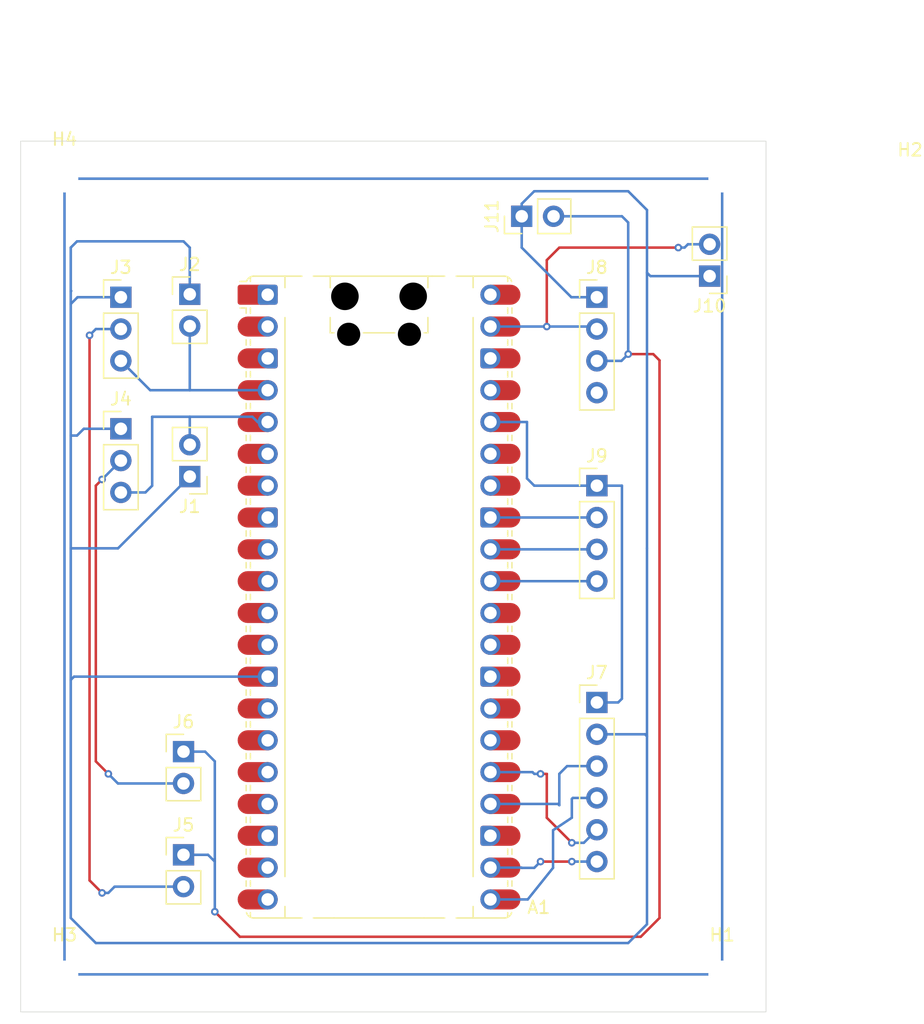
<source format=kicad_pcb>
(kicad_pcb (version 20241229) (generator "pcbnew") (generator_version "9.0")
  (layers (0 "F.Cu" signal) (2 "B.Cu" signal) (13 "F.Paste" user) (15 "B.Paste" user) (5 "F.SilkS" user "F.Silkscreen") (7 "B.SilkS" user "B.Silkscreen") (1 "F.Mask" user) (3 "B.Mask" user) (25 "Edge.Cuts" user))
  (net 0 "")
  (net 4 "Net-(A1-GPIO26_ADC0)")
  (net 6 "Net-(A1-GPIO3)")
  (net 7 "Net-(J1-Pin_1)")
  (net 8 "Net-(A1-GPIO19)")
  (net 12 "Net-(A1-GPIO22)")
  (net 13 "Net-(A1-GPIO27_ADC1)")
  (net 19 "Net-(A1-GPIO2)")
  (net 24 "Net-(A1-GPIO16)")
  (net 26 "Net-(A1-GPIO18)")
  (net 27 "Net-(A1-3V3)")
  (net 32 "Net-(A1-VSYS)")
  (net 35 "Net-(J3-Pin_2)")
  (net 36 "Net-(J4-Pin_2)")
  (net 37 "Net-(J11-Pin_2)")
  (footprint "Module:RaspberryPi_Pico_Common_Unspecified" (layer "F.Cu") (at 131.61 96.89)
    (property "Reference" "A1" (at 11.7475 24.765 0) (layer "F.SilkS") (effects (justify left)))
    (property "Value" "RaspberryPi_Pico")
    (fp_line (start -10.61 -23.07) (end -11.09 -23.07) (stroke (width 0.12)) (layer "F.SilkS"))
    (fp_line (start -10.61 -23.07) (end -10.61 -22.65) (stroke (width 0.12)) (layer "F.SilkS"))
    (fp_line (start -10.61 -20.53) (end -10.61 -20.11) (stroke (width 0.12)) (layer "F.SilkS"))
    (fp_line (start -10.61 -17.99) (end -10.61 -17.57) (stroke (width 0.12)) (layer "F.SilkS"))
    (fp_line (start -10.61 -15.45) (end -10.61 -15.03) (stroke (width 0.12)) (layer "F.SilkS"))
    (fp_line (start -10.61 -12.91) (end -10.61 -12.49) (stroke (width 0.12)) (layer "F.SilkS"))
    (fp_line (start -10.61 -10.37) (end -10.61 -9.95) (stroke (width 0.12)) (layer "F.SilkS"))
    (fp_line (start -10.61 -7.83) (end -10.61 -7.41) (stroke (width 0.12)) (layer "F.SilkS"))
    (fp_line (start -10.61 -5.29) (end -10.61 -4.87) (stroke (width 0.12)) (layer "F.SilkS"))
    (fp_line (start -10.61 -2.75) (end -10.61 -2.33) (stroke (width 0.12)) (layer "F.SilkS"))
    (fp_line (start -10.61 -0.21) (end -10.61 0.21) (stroke (width 0.12)) (layer "F.SilkS"))
    (fp_line (start -10.61 2.33) (end -10.61 2.75) (stroke (width 0.12)) (layer "F.SilkS"))
    (fp_line (start -10.61 4.87) (end -10.61 5.29) (stroke (width 0.12)) (layer "F.SilkS"))
    (fp_line (start -10.61 7.41) (end -10.61 7.83) (stroke (width 0.12)) (layer "F.SilkS"))
    (fp_line (start -10.61 9.95) (end -10.61 10.37) (stroke (width 0.12)) (layer "F.SilkS"))
    (fp_line (start -10.61 12.49) (end -10.61 12.91) (stroke (width 0.12)) (layer "F.SilkS"))
    (fp_line (start -10.61 15.03) (end -10.61 15.45) (stroke (width 0.12)) (layer "F.SilkS"))
    (fp_line (start -10.61 17.57) (end -10.61 17.99) (stroke (width 0.12)) (layer "F.SilkS"))
    (fp_line (start -10.61 20.11) (end -10.61 20.53) (stroke (width 0.12)) (layer "F.SilkS"))
    (fp_line (start -10.61 22.65) (end -10.61 23.07) (stroke (width 0.12)) (layer "F.SilkS"))
    (fp_line (start -10.579676 -25.19) (end -11.09 -25.19) (stroke (width 0.12)) (layer "F.SilkS"))
    (fp_line (start -10.27 -25.189937) (end -10.27 -25.547) (stroke (width 0.12)) (layer "F.SilkS"))
    (fp_line (start -10.27 -23.07) (end -10.27 -22.65) (stroke (width 0.12)) (layer "F.SilkS"))
    (fp_line (start -10.27 -20.53) (end -10.27 -20.11) (stroke (width 0.12)) (layer "F.SilkS"))
    (fp_line (start -10.27 -17.99) (end -10.27 -17.57) (stroke (width 0.12)) (layer "F.SilkS"))
    (fp_line (start -10.27 -15.45) (end -10.27 -15.03) (stroke (width 0.12)) (layer "F.SilkS"))
    (fp_line (start -10.27 -12.91) (end -10.27 -12.49) (stroke (width 0.12)) (layer "F.SilkS"))
    (fp_line (start -10.27 -10.37) (end -10.27 -9.95) (stroke (width 0.12)) (layer "F.SilkS"))
    (fp_line (start -10.27 -7.83) (end -10.27 -7.41) (stroke (width 0.12)) (layer "F.SilkS"))
    (fp_line (start -10.27 -5.29) (end -10.27 -4.87) (stroke (width 0.12)) (layer "F.SilkS"))
    (fp_line (start -10.27 -2.75) (end -10.27 -2.33) (stroke (width 0.12)) (layer "F.SilkS"))
    (fp_line (start -10.27 -0.21) (end -10.27 0.21) (stroke (width 0.12)) (layer "F.SilkS"))
    (fp_line (start -10.27 2.33) (end -10.27 2.75) (stroke (width 0.12)) (layer "F.SilkS"))
    (fp_line (start -10.27 4.87) (end -10.27 5.29) (stroke (width 0.12)) (layer "F.SilkS"))
    (fp_line (start -10.27 7.41) (end -10.27 7.83) (stroke (width 0.12)) (layer "F.SilkS"))
    (fp_line (start -10.27 9.95) (end -10.27 10.37) (stroke (width 0.12)) (layer "F.SilkS"))
    (fp_line (start -10.27 12.49) (end -10.27 12.91) (stroke (width 0.12)) (layer "F.SilkS"))
    (fp_line (start -10.27 15.03) (end -10.27 15.45) (stroke (width 0.12)) (layer "F.SilkS"))
    (fp_line (start -10.27 17.57) (end -10.27 17.99) (stroke (width 0.12)) (layer "F.SilkS"))
    (fp_line (start -10.27 20.11) (end -10.27 20.53) (stroke (width 0.12)) (layer "F.SilkS"))
    (fp_line (start -10.27 22.65) (end -10.27 23.07) (stroke (width 0.12)) (layer "F.SilkS"))
    (fp_line (start -10.27 25.189937) (end -10.27 25.547) (stroke (width 0.12)) (layer "F.SilkS"))
    (fp_line (start -10 -25.61) (end -7.51 -25.61) (stroke (width 0.12)) (layer "F.SilkS"))
    (fp_line (start -10 25.61) (end -6.162061 25.61) (stroke (width 0.12)) (layer "F.SilkS"))
    (fp_line (start -7.51 -25.61) (end -7.51 -24.69648) (stroke (width 0.12)) (layer "F.SilkS"))
    (fp_line (start -7.51 -25.61) (end -6.16206 -25.61) (stroke (width 0.12)) (layer "F.SilkS"))
    (fp_line (start -7.51 -22.30352) (end -7.51 22.30352) (stroke (width 0.12)) (layer "F.SilkS"))
    (fp_line (start -7.51 24.69648) (end -7.51 25.61) (stroke (width 0.12)) (layer "F.SilkS"))
    (fp_line (start -5.237939 -25.61) (end -4.235 -25.61) (stroke (width 0.12)) (layer "F.SilkS"))
    (fp_line (start -4.235 -25.61) (end 4.235 -25.61) (stroke (width 0.12)) (layer "F.SilkS"))
    (fp_line (start -3.9 -25.61) (end -3.9 -24.694) (stroke (width 0.12)) (layer "F.SilkS"))
    (fp_line (start -3.9 -22.306) (end -3.9 -21.09) (stroke (width 0.12)) (layer "F.SilkS"))
    (fp_line (start -3.9 -21.09) (end -3.60391 -21.09) (stroke (width 0.12)) (layer "F.SilkS"))
    (fp_line (start -3.6 25.61) (end -5.237939 25.61) (stroke (width 0.12)) (layer "F.SilkS"))
    (fp_line (start -1.24609 -21.09) (end 1.24609 -21.09) (stroke (width 0.12)) (layer "F.SilkS"))
    (fp_line (start 3.6 25.61) (end -3.6 25.61) (stroke (width 0.12)) (layer "F.SilkS"))
    (fp_line (start 3.60391 -21.09) (end 3.9 -21.09) (stroke (width 0.12)) (layer "F.SilkS"))
    (fp_line (start 3.9 -25.61) (end 3.9 -24.694) (stroke (width 0.12)) (layer "F.SilkS"))
    (fp_line (start 3.9 -22.306) (end 3.9 -21.09) (stroke (width 0.12)) (layer "F.SilkS"))
    (fp_line (start 4.235 -25.61) (end 5.237939 -25.61) (stroke (width 0.12)) (layer "F.SilkS"))
    (fp_line (start 5.237939 25.61) (end 3.6 25.61) (stroke (width 0.12)) (layer "F.SilkS"))
    (fp_line (start 6.162061 -25.61) (end 7.51 -25.61) (stroke (width 0.12)) (layer "F.SilkS"))
    (fp_line (start 6.162061 25.61) (end 10 25.61) (stroke (width 0.12)) (layer "F.SilkS"))
    (fp_line (start 7.51 -25.61) (end 7.51 -24.69648) (stroke (width 0.12)) (layer "F.SilkS"))
    (fp_line (start 7.51 -22.30352) (end 7.51 22.30352) (stroke (width 0.12)) (layer "F.SilkS"))
    (fp_line (start 7.51 24.69648) (end 7.51 25.61) (stroke (width 0.12)) (layer "F.SilkS"))
    (fp_line (start 10 -25.61) (end 7.51 -25.61) (stroke (width 0.12)) (layer "F.SilkS"))
    (fp_line (start 10.27 -25.189937) (end 10.27 -25.547) (stroke (width 0.12)) (layer "F.SilkS"))
    (fp_line (start 10.27 -23.07) (end 10.27 -22.65) (stroke (width 0.12)) (layer "F.SilkS"))
    (fp_line (start 10.27 -20.53) (end 10.27 -20.11) (stroke (width 0.12)) (layer "F.SilkS"))
    (fp_line (start 10.27 -17.99) (end 10.27 -17.57) (stroke (width 0.12)) (layer "F.SilkS"))
    (fp_line (start 10.27 -15.45) (end 10.27 -15.03) (stroke (width 0.12)) (layer "F.SilkS"))
    (fp_line (start 10.27 -12.91) (end 10.27 -12.49) (stroke (width 0.12)) (layer "F.SilkS"))
    (fp_line (start 10.27 -10.37) (end 10.27 -9.95) (stroke (width 0.12)) (layer "F.SilkS"))
    (fp_line (start 10.27 -7.83) (end 10.27 -7.41) (stroke (width 0.12)) (layer "F.SilkS"))
    (fp_line (start 10.27 -5.29) (end 10.27 -4.87) (stroke (width 0.12)) (layer "F.SilkS"))
    (fp_line (start 10.27 -2.75) (end 10.27 -2.33) (stroke (width 0.12)) (layer "F.SilkS"))
    (fp_line (start 10.27 -0.21) (end 10.27 0.21) (stroke (width 0.12)) (layer "F.SilkS"))
    (fp_line (start 10.27 2.33) (end 10.27 2.75) (stroke (width 0.12)) (layer "F.SilkS"))
    (fp_line (start 10.27 4.87) (end 10.27 5.29) (stroke (width 0.12)) (layer "F.SilkS"))
    (fp_line (start 10.27 7.41) (end 10.27 7.83) (stroke (width 0.12)) (layer "F.SilkS"))
    (fp_line (start 10.27 9.95) (end 10.27 10.37) (stroke (width 0.12)) (layer "F.SilkS"))
    (fp_line (start 10.27 12.49) (end 10.27 12.91) (stroke (width 0.12)) (layer "F.SilkS"))
    (fp_line (start 10.27 15.03) (end 10.27 15.45) (stroke (width 0.12)) (layer "F.SilkS"))
    (fp_line (start 10.27 17.57) (end 10.27 17.99) (stroke (width 0.12)) (layer "F.SilkS"))
    (fp_line (start 10.27 20.11) (end 10.27 20.53) (stroke (width 0.12)) (layer "F.SilkS"))
    (fp_line (start 10.27 22.65) (end 10.27 23.07) (stroke (width 0.12)) (layer "F.SilkS"))
    (fp_line (start 10.27 25.189937) (end 10.27 25.547) (stroke (width 0.12)) (layer "F.SilkS"))
    (fp_line (start 10.61 -23.07) (end 10.61 -22.65) (stroke (width 0.12)) (layer "F.SilkS"))
    (fp_line (start 10.61 -20.53) (end 10.61 -20.11) (stroke (width 0.12)) (layer "F.SilkS"))
    (fp_line (start 10.61 -17.99) (end 10.61 -17.57) (stroke (width 0.12)) (layer "F.SilkS"))
    (fp_line (start 10.61 -15.45) (end 10.61 -15.03) (stroke (width 0.12)) (layer "F.SilkS"))
    (fp_line (start 10.61 -12.91) (end 10.61 -12.49) (stroke (width 0.12)) (layer "F.SilkS"))
    (fp_line (start 10.61 -10.37) (end 10.61 -9.95) (stroke (width 0.12)) (layer "F.SilkS"))
    (fp_line (start 10.61 -7.83) (end 10.61 -7.41) (stroke (width 0.12)) (layer "F.SilkS"))
    (fp_line (start 10.61 -5.29) (end 10.61 -4.87) (stroke (width 0.12)) (layer "F.SilkS"))
    (fp_line (start 10.61 -2.75) (end 10.61 -2.33) (stroke (width 0.12)) (layer "F.SilkS"))
    (fp_line (start 10.61 -0.21) (end 10.61 0.21) (stroke (width 0.12)) (layer "F.SilkS"))
    (fp_line (start 10.61 2.33) (end 10.61 2.75) (stroke (width 0.12)) (layer "F.SilkS"))
    (fp_line (start 10.61 4.87) (end 10.61 5.29) (stroke (width 0.12)) (layer "F.SilkS"))
    (fp_line (start 10.61 7.41) (end 10.61 7.83) (stroke (width 0.12)) (layer "F.SilkS"))
    (fp_line (start 10.61 9.95) (end 10.61 10.37) (stroke (width 0.12)) (layer "F.SilkS"))
    (fp_line (start 10.61 12.49) (end 10.61 12.91) (stroke (width 0.12)) (layer "F.SilkS"))
    (fp_line (start 10.61 15.03) (end 10.61 15.45) (stroke (width 0.12)) (layer "F.SilkS"))
    (fp_line (start 10.61 17.57) (end 10.61 17.99) (stroke (width 0.12)) (layer "F.SilkS"))
    (fp_line (start 10.61 20.11) (end 10.61 20.53) (stroke (width 0.12)) (layer "F.SilkS"))
    (fp_line (start 10.61 22.65) (end 10.61 23.07) (stroke (width 0.12)) (layer "F.SilkS"))
    (fp_arc (start -10.579676 -25.19) (mid -10.357938 -25.493944) (end -10 -25.61) (stroke (width 0.12)) (layer "F.SilkS"))
    (fp_arc (start -10 25.61) (mid -10.357937 25.493944) (end -10.579676 25.189937) (stroke (width 0.12)) (layer "F.SilkS"))
    (fp_arc (start 10 -25.61) (mid 10.357937 -25.493944) (end 10.579676 -25.189937) (stroke (width 0.12)) (layer "F.SilkS"))
    (fp_arc (start 10.579676 25.189937) (mid 10.357946 25.493957) (end 10 25.61) (stroke (width 0.12)) (layer "F.SilkS"))
    (pad "" np_thru_hole circle (at -2.725 -24) (size 2.2 2.2) (drill 2.2) (layers "*.Mask"))
    (pad "" np_thru_hole circle (at -2.425 -20.97) (size 1.85 1.85) (drill 1.85) (layers "*.Mask"))
    (pad "" np_thru_hole circle (at 2.425 -20.97) (size 1.85 1.85) (drill 1.85) (layers "*.Mask"))
    (pad "" np_thru_hole circle (at 2.725 -24) (size 2.2 2.2) (drill 2.2) (layers "*.Mask"))
    (pad "1" smd custom (at -9.69 -24.13) (size 1.6 0.8) (layers "F.Cu" "F.Mask") (options (clearance outline) (anchor rect)) (primitives (gr_circle (center 0.8 0) (end 1.6 0) (width 0) (fill yes)) (gr_poly (pts (xy -1.6 -0.6) (xy -1.6 0.6) (xy -1.4 0.8) (xy 0.8 0.8) (xy 0.8 -0.8) (xy -1.4 -0.8)) (width 0) (fill yes)) (gr_circle (center -1.4 -0.6) (end -1.2 -0.6) (width 0) (fill yes)) (gr_circle (center -1.4 0.6) (end -1.2 0.6) (width 0) (fill yes))))
    (pad "1" thru_hole roundrect (at -8.89 -24.13) (size 1.6 1.6) (drill 1) (layers "*.Cu" "*.Mask") (roundrect_rratio 0.125))
    (pad "2" smd roundrect (at -9.69 -21.59) (size 3.2 1.6) (layers "F.Cu" "F.Mask") (roundrect_rratio 0.5))
    (pad "2" thru_hole circle (at -8.89 -21.59) (size 1.6 1.6) (drill 1) (layers "*.Cu" "*.Mask"))
    (pad "3" smd custom (at -9.69 -19.05) (size 1.6 0.8) (layers "F.Cu" "F.Mask") (net 7 "Net-(J1-Pin_1)") (options (clearance outline) (anchor rect)) (primitives (gr_circle (center -0.8 0) (end 0 0) (width 0) (fill yes)) (gr_poly (pts (xy 1.6 -0.6) (xy 1.6 0.6) (xy 1.4 0.8) (xy -0.8 0.8) (xy -0.8 -0.8) (xy 1.4 -0.8)) (width 0) (fill yes)) (gr_circle (center 1.4 -0.6) (end 1.6 -0.6) (width 0) (fill yes)) (gr_circle (center 1.4 0.6) (end 1.6 0.6) (width 0) (fill yes))))
    (pad "3" thru_hole custom (at -8.89 -19.05) (size 1.6 1.6) (drill 1) (layers "*.Cu" "*.Mask") (net 7 "Net-(J1-Pin_1)") (options (clearance outline) (anchor circle)) (primitives (gr_poly (pts (xy 0.8 0.6) (xy 0.8 -0.6) (xy 0.6 -0.8) (xy 0 -0.8) (xy 0 0.8) (xy 0.6 0.8)) (width 0) (fill yes)) (gr_circle (center 0.6 0.6) (end 0.8 0.6) (width 0) (fill yes)) (gr_circle (center 0.6 -0.6) (end 0.8 -0.6) (width 0) (fill yes))))
    (pad "4" smd roundrect (at -9.69 -16.51) (size 3.2 1.6) (layers "F.Cu" "F.Mask") (roundrect_rratio 0.5) (net 19 "Net-(A1-GPIO2)"))
    (pad "4" thru_hole circle (at -8.89 -16.51) (size 1.6 1.6) (drill 1) (layers "*.Cu" "*.Mask") (net 19 "Net-(A1-GPIO2)"))
    (pad "5" smd roundrect (at -9.69 -13.97) (size 3.2 1.6) (layers "F.Cu" "F.Mask") (roundrect_rratio 0.5) (net 6 "Net-(A1-GPIO3)"))
    (pad "5" thru_hole circle (at -8.89 -13.97) (size 1.6 1.6) (drill 1) (layers "*.Cu" "*.Mask") (net 6 "Net-(A1-GPIO3)"))
    (pad "6" smd roundrect (at -9.69 -11.43) (size 3.2 1.6) (layers "F.Cu" "F.Mask") (roundrect_rratio 0.5))
    (pad "6" thru_hole circle (at -8.89 -11.43) (size 1.6 1.6) (drill 1) (layers "*.Cu" "*.Mask"))
    (pad "7" smd roundrect (at -9.69 -8.89) (size 3.2 1.6) (layers "F.Cu" "F.Mask") (roundrect_rratio 0.5))
    (pad "7" thru_hole circle (at -8.89 -8.89) (size 1.6 1.6) (drill 1) (layers "*.Cu" "*.Mask"))
    (pad "8" smd custom (at -9.69 -6.35) (size 1.6 0.8) (layers "F.Cu" "F.Mask") (net 7 "Net-(J1-Pin_1)") (options (clearance outline) (anchor rect)) (primitives (gr_circle (center -0.8 0) (end 0 0) (width 0) (fill yes)) (gr_poly (pts (xy 1.6 -0.6) (xy 1.6 0.6) (xy 1.4 0.8) (xy -0.8 0.8) (xy -0.8 -0.8) (xy 1.4 -0.8)) (width 0) (fill yes)) (gr_circle (center 1.4 -0.6) (end 1.6 -0.6) (width 0) (fill yes)) (gr_circle (center 1.4 0.6) (end 1.6 0.6) (width 0) (fill yes))))
    (pad "8" thru_hole custom (at -8.89 -6.35) (size 1.6 1.6) (drill 1) (layers "*.Cu" "*.Mask") (net 7 "Net-(J1-Pin_1)") (options (clearance outline) (anchor circle)) (primitives (gr_poly (pts (xy 0.8 0.6) (xy 0.8 -0.6) (xy 0.6 -0.8) (xy 0 -0.8) (xy 0 0.8) (xy 0.6 0.8)) (width 0) (fill yes)) (gr_circle (center 0.6 0.6) (end 0.8 0.6) (width 0) (fill yes)) (gr_circle (center 0.6 -0.6) (end 0.8 -0.6) (width 0) (fill yes))))
    (pad "9" smd roundrect (at -9.69 -3.81) (size 3.2 1.6) (layers "F.Cu" "F.Mask") (roundrect_rratio 0.5))
    (pad "9" thru_hole circle (at -8.89 -3.81) (size 1.6 1.6) (drill 1) (layers "*.Cu" "*.Mask"))
    (pad "10" smd roundrect (at -9.69 -1.27) (size 3.2 1.6) (layers "F.Cu" "F.Mask") (roundrect_rratio 0.5))
    (pad "10" thru_hole circle (at -8.89 -1.27) (size 1.6 1.6) (drill 1) (layers "*.Cu" "*.Mask"))
    (pad "11" smd roundrect (at -9.69 1.27) (size 3.2 1.6) (layers "F.Cu" "F.Mask") (roundrect_rratio 0.5))
    (pad "11" thru_hole circle (at -8.89 1.27) (size 1.6 1.6) (drill 1) (layers "*.Cu" "*.Mask"))
    (pad "12" smd roundrect (at -9.69 3.81) (size 3.2 1.6) (layers "F.Cu" "F.Mask") (roundrect_rratio 0.5))
    (pad "12" thru_hole circle (at -8.89 3.81) (size 1.6 1.6) (drill 1) (layers "*.Cu" "*.Mask"))
    (pad "13" smd custom (at -9.69 6.35) (size 1.6 0.8) (layers "F.Cu" "F.Mask") (net 7 "Net-(J1-Pin_1)") (options (clearance outline) (anchor rect)) (primitives (gr_circle (center -0.8 0) (end 0 0) (width 0) (fill yes)) (gr_poly (pts (xy 1.6 -0.6) (xy 1.6 0.6) (xy 1.4 0.8) (xy -0.8 0.8) (xy -0.8 -0.8) (xy 1.4 -0.8)) (width 0) (fill yes)) (gr_circle (center 1.4 -0.6) (end 1.6 -0.6) (width 0) (fill yes)) (gr_circle (center 1.4 0.6) (end 1.6 0.6) (width 0) (fill yes))))
    (pad "13" thru_hole custom (at -8.89 6.35) (size 1.6 1.6) (drill 1) (layers "*.Cu" "*.Mask") (net 7 "Net-(J1-Pin_1)") (options (clearance outline) (anchor circle)) (primitives (gr_poly (pts (xy 0.8 0.6) (xy 0.8 -0.6) (xy 0.6 -0.8) (xy 0 -0.8) (xy 0 0.8) (xy 0.6 0.8)) (width 0) (fill yes)) (gr_circle (center 0.6 0.6) (end 0.8 0.6) (width 0) (fill yes)) (gr_circle (center 0.6 -0.6) (end 0.8 -0.6) (width 0) (fill yes))))
    (pad "14" smd roundrect (at -9.69 8.89) (size 3.2 1.6) (layers "F.Cu" "F.Mask") (roundrect_rratio 0.5))
    (pad "14" thru_hole circle (at -8.89 8.89) (size 1.6 1.6) (drill 1) (layers "*.Cu" "*.Mask"))
    (pad "15" smd roundrect (at -9.69 11.43) (size 3.2 1.6) (layers "F.Cu" "F.Mask") (roundrect_rratio 0.5))
    (pad "15" thru_hole circle (at -8.89 11.43) (size 1.6 1.6) (drill 1) (layers "*.Cu" "*.Mask"))
    (pad "16" smd roundrect (at -9.69 13.97) (size 3.2 1.6) (layers "F.Cu" "F.Mask") (roundrect_rratio 0.5))
    (pad "16" thru_hole circle (at -8.89 13.97) (size 1.6 1.6) (drill 1) (layers "*.Cu" "*.Mask"))
    (pad "17" smd roundrect (at -9.69 16.51) (size 3.2 1.6) (layers "F.Cu" "F.Mask") (roundrect_rratio 0.5))
    (pad "17" thru_hole circle (at -8.89 16.51) (size 1.6 1.6) (drill 1) (layers "*.Cu" "*.Mask"))
    (pad "18" smd custom (at -9.69 19.05) (size 1.6 0.8) (layers "F.Cu" "F.Mask") (net 7 "Net-(J1-Pin_1)") (options (clearance outline) (anchor rect)) (primitives (gr_circle (center -0.8 0) (end 0 0) (width 0) (fill yes)) (gr_poly (pts (xy 1.6 -0.6) (xy 1.6 0.6) (xy 1.4 0.8) (xy -0.8 0.8) (xy -0.8 -0.8) (xy 1.4 -0.8)) (width 0) (fill yes)) (gr_circle (center 1.4 -0.6) (end 1.6 -0.6) (width 0) (fill yes)) (gr_circle (center 1.4 0.6) (end 1.6 0.6) (width 0) (fill yes))))
    (pad "18" thru_hole custom (at -8.89 19.05) (size 1.6 1.6) (drill 1) (layers "*.Cu" "*.Mask") (net 7 "Net-(J1-Pin_1)") (options (clearance outline) (anchor circle)) (primitives (gr_poly (pts (xy 0.8 0.6) (xy 0.8 -0.6) (xy 0.6 -0.8) (xy 0 -0.8) (xy 0 0.8) (xy 0.6 0.8)) (width 0) (fill yes)) (gr_circle (center 0.6 0.6) (end 0.8 0.6) (width 0) (fill yes)) (gr_circle (center 0.6 -0.6) (end 0.8 -0.6) (width 0) (fill yes))))
    (pad "19" smd roundrect (at -9.69 21.59) (size 3.2 1.6) (layers "F.Cu" "F.Mask") (roundrect_rratio 0.5))
    (pad "19" thru_hole circle (at -8.89 21.59) (size 1.6 1.6) (drill 1) (layers "*.Cu" "*.Mask"))
    (pad "20" smd roundrect (at -9.69 24.13) (size 3.2 1.6) (layers "F.Cu" "F.Mask") (roundrect_rratio 0.5))
    (pad "20" thru_hole circle (at -8.89 24.13) (size 1.6 1.6) (drill 1) (layers "*.Cu" "*.Mask"))
    (pad "21" thru_hole circle (at 8.89 24.13) (size 1.6 1.6) (drill 1) (layers "*.Cu" "*.Mask") (net 24 "Net-(A1-GPIO16)"))
    (pad "21" smd roundrect (at 9.69 24.13) (size 3.2 1.6) (layers "F.Cu" "F.Mask") (roundrect_rratio 0.5) (net 24 "Net-(A1-GPIO16)"))
    (pad "22" thru_hole circle (at 8.89 21.59) (size 1.6 1.6) (drill 1) (layers "*.Cu" "*.Mask"))
    (pad "22" smd roundrect (at 9.69 21.59) (size 3.2 1.6) (layers "F.Cu" "F.Mask") (roundrect_rratio 0.5))
    (pad "23" thru_hole custom (at 8.89 19.05) (size 1.6 1.6) (drill 1) (layers "*.Cu" "*.Mask") (net 7 "Net-(J1-Pin_1)") (options (clearance outline) (anchor circle)) (primitives (gr_poly (pts (xy -0.8 0.6) (xy -0.8 -0.6) (xy -0.6 -0.8) (xy 0 -0.8) (xy 0 0.8) (xy -0.6 0.8)) (width 0) (fill yes)) (gr_circle (center -0.6 0.6) (end -0.4 0.6) (width 0) (fill yes)) (gr_circle (center -0.6 -0.6) (end -0.4 -0.6) (width 0) (fill yes))))
    (pad "23" smd custom (at 9.69 19.05) (size 1.6 0.8) (layers "F.Cu" "F.Mask") (net 7 "Net-(J1-Pin_1)") (options (clearance outline) (anchor rect)) (primitives (gr_circle (center 0.8 0) (end 1.6 0) (width 0) (fill yes)) (gr_poly (pts (xy -1.6 -0.6) (xy -1.6 0.6) (xy -1.4 0.8) (xy 0.8 0.8) (xy 0.8 -0.8) (xy -1.4 -0.8)) (width 0) (fill yes)) (gr_circle (center -1.4 -0.6) (end -1.2 -0.6) (width 0) (fill yes)) (gr_circle (center -1.4 0.6) (end -1.2 0.6) (width 0) (fill yes))))
    (pad "24" thru_hole circle (at 8.89 16.51) (size 1.6 1.6) (drill 1) (layers "*.Cu" "*.Mask") (net 26 "Net-(A1-GPIO18)"))
    (pad "24" smd roundrect (at 9.69 16.51) (size 3.2 1.6) (layers "F.Cu" "F.Mask") (roundrect_rratio 0.5) (net 26 "Net-(A1-GPIO18)"))
    (pad "25" thru_hole circle (at 8.89 13.97) (size 1.6 1.6) (drill 1) (layers "*.Cu" "*.Mask") (net 8 "Net-(A1-GPIO19)"))
    (pad "25" smd roundrect (at 9.69 13.97) (size 3.2 1.6) (layers "F.Cu" "F.Mask") (roundrect_rratio 0.5) (net 8 "Net-(A1-GPIO19)"))
    (pad "26" thru_hole circle (at 8.89 11.43) (size 1.6 1.6) (drill 1) (layers "*.Cu" "*.Mask"))
    (pad "26" smd roundrect (at 9.69 11.43) (size 3.2 1.6) (layers "F.Cu" "F.Mask") (roundrect_rratio 0.5))
    (pad "27" thru_hole circle (at 8.89 8.89) (size 1.6 1.6) (drill 1) (layers "*.Cu" "*.Mask"))
    (pad "27" smd roundrect (at 9.69 8.89) (size 3.2 1.6) (layers "F.Cu" "F.Mask") (roundrect_rratio 0.5))
    (pad "28" thru_hole custom (at 8.89 6.35) (size 1.6 1.6) (drill 1) (layers "*.Cu" "*.Mask") (net 7 "Net-(J1-Pin_1)") (options (clearance outline) (anchor circle)) (primitives (gr_poly (pts (xy -0.8 0.6) (xy -0.8 -0.6) (xy -0.6 -0.8) (xy 0 -0.8) (xy 0 0.8) (xy -0.6 0.8)) (width 0) (fill yes)) (gr_circle (center -0.6 0.6) (end -0.4 0.6) (width 0) (fill yes)) (gr_circle (center -0.6 -0.6) (end -0.4 -0.6) (width 0) (fill yes))))
    (pad "28" smd custom (at 9.69 6.35) (size 1.6 0.8) (layers "F.Cu" "F.Mask") (net 7 "Net-(J1-Pin_1)") (options (clearance outline) (anchor rect)) (primitives (gr_circle (center 0.8 0) (end 1.6 0) (width 0) (fill yes)) (gr_poly (pts (xy -1.6 -0.6) (xy -1.6 0.6) (xy -1.4 0.8) (xy 0.8 0.8) (xy 0.8 -0.8) (xy -1.4 -0.8)) (width 0) (fill yes)) (gr_circle (center -1.4 -0.6) (end -1.2 -0.6) (width 0) (fill yes)) (gr_circle (center -1.4 0.6) (end -1.2 0.6) (width 0) (fill yes))))
    (pad "29" thru_hole circle (at 8.89 3.81) (size 1.6 1.6) (drill 1) (layers "*.Cu" "*.Mask") (net 12 "Net-(A1-GPIO22)"))
    (pad "29" smd roundrect (at 9.69 3.81) (size 3.2 1.6) (layers "F.Cu" "F.Mask") (roundrect_rratio 0.5) (net 12 "Net-(A1-GPIO22)"))
    (pad "30" thru_hole circle (at 8.89 1.27) (size 1.6 1.6) (drill 1) (layers "*.Cu" "*.Mask"))
    (pad "30" smd roundrect (at 9.69 1.27) (size 3.2 1.6) (layers "F.Cu" "F.Mask") (roundrect_rratio 0.5))
    (pad "31" thru_hole circle (at 8.89 -1.27) (size 1.6 1.6) (drill 1) (layers "*.Cu" "*.Mask") (net 4 "Net-(A1-GPIO26_ADC0)"))
    (pad "31" smd roundrect (at 9.69 -1.27) (size 3.2 1.6) (layers "F.Cu" "F.Mask") (roundrect_rratio 0.5) (net 4 "Net-(A1-GPIO26_ADC0)"))
    (pad "32" thru_hole circle (at 8.89 -3.81) (size 1.6 1.6) (drill 1) (layers "*.Cu" "*.Mask") (net 13 "Net-(A1-GPIO27_ADC1)"))
    (pad "32" smd roundrect (at 9.69 -3.81) (size 3.2 1.6) (layers "F.Cu" "F.Mask") (roundrect_rratio 0.5) (net 13 "Net-(A1-GPIO27_ADC1)"))
    (pad "33" thru_hole custom (at 8.89 -6.35) (size 1.6 1.6) (drill 1) (layers "*.Cu" "*.Mask") (options (clearance outline) (anchor circle)) (primitives (gr_poly (pts (xy -0.8 0.6) (xy -0.8 -0.6) (xy -0.6 -0.8) (xy 0 -0.8) (xy 0 0.8) (xy -0.6 0.8)) (width 0) (fill yes)) (gr_circle (center -0.6 0.6) (end -0.4 0.6) (width 0) (fill yes)) (gr_circle (center -0.6 -0.6) (end -0.4 -0.6) (width 0) (fill yes))))
    (pad "33" smd custom (at 9.69 -6.35) (size 1.6 0.8) (layers "F.Cu" "F.Mask") (options (clearance outline) (anchor rect)) (primitives (gr_circle (center 0.8 0) (end 1.6 0) (width 0) (fill yes)) (gr_poly (pts (xy -1.6 -0.6) (xy -1.6 0.6) (xy -1.4 0.8) (xy 0.8 0.8) (xy 0.8 -0.8) (xy -1.4 -0.8)) (width 0) (fill yes)) (gr_circle (center -1.4 -0.6) (end -1.2 -0.6) (width 0) (fill yes)) (gr_circle (center -1.4 0.6) (end -1.2 0.6) (width 0) (fill yes))))
    (pad "34" thru_hole circle (at 8.89 -8.89) (size 1.6 1.6) (drill 1) (layers "*.Cu" "*.Mask"))
    (pad "34" smd roundrect (at 9.69 -8.89) (size 3.2 1.6) (layers "F.Cu" "F.Mask") (roundrect_rratio 0.5))
    (pad "35" thru_hole circle (at 8.89 -11.43) (size 1.6 1.6) (drill 1) (layers "*.Cu" "*.Mask"))
    (pad "35" smd roundrect (at 9.69 -11.43) (size 3.2 1.6) (layers "F.Cu" "F.Mask") (roundrect_rratio 0.5))
    (pad "36" thru_hole circle (at 8.89 -13.97) (size 1.6 1.6) (drill 1) (layers "*.Cu" "*.Mask") (net 27 "Net-(A1-3V3)"))
    (pad "36" smd roundrect (at 9.69 -13.97) (size 3.2 1.6) (layers "F.Cu" "F.Mask") (roundrect_rratio 0.5) (net 27 "Net-(A1-3V3)"))
    (pad "37" thru_hole circle (at 8.89 -16.51) (size 1.6 1.6) (drill 1) (layers "*.Cu" "*.Mask"))
    (pad "37" smd roundrect (at 9.69 -16.51) (size 3.2 1.6) (layers "F.Cu" "F.Mask") (roundrect_rratio 0.5))
    (pad "38" thru_hole custom (at 8.89 -19.05) (size 1.6 1.6) (drill 1) (layers "*.Cu" "*.Mask") (net 7 "Net-(J1-Pin_1)") (options (clearance outline) (anchor circle)) (primitives (gr_poly (pts (xy -0.8 0.6) (xy -0.8 -0.6) (xy -0.6 -0.8) (xy 0 -0.8) (xy 0 0.8) (xy -0.6 0.8)) (width 0) (fill yes)) (gr_circle (center -0.6 0.6) (end -0.4 0.6) (width 0) (fill yes)) (gr_circle (center -0.6 -0.6) (end -0.4 -0.6) (width 0) (fill yes))))
    (pad "38" smd custom (at 9.69 -19.05) (size 1.6 0.8) (layers "F.Cu" "F.Mask") (net 7 "Net-(J1-Pin_1)") (options (clearance outline) (anchor rect)) (primitives (gr_circle (center 0.8 0) (end 1.6 0) (width 0) (fill yes)) (gr_poly (pts (xy -1.6 -0.6) (xy -1.6 0.6) (xy -1.4 0.8) (xy 0.8 0.8) (xy 0.8 -0.8) (xy -1.4 -0.8)) (width 0) (fill yes)) (gr_circle (center -1.4 -0.6) (end -1.2 -0.6) (width 0) (fill yes)) (gr_circle (center -1.4 0.6) (end -1.2 0.6) (width 0) (fill yes))))
    (pad "39" thru_hole circle (at 8.89 -21.59) (size 1.6 1.6) (drill 1) (layers "*.Cu" "*.Mask") (net 32 "Net-(A1-VSYS)"))
    (pad "39" smd roundrect (at 9.69 -21.59) (size 3.2 1.6) (layers "F.Cu" "F.Mask") (roundrect_rratio 0.5) (net 32 "Net-(A1-VSYS)"))
    (pad "40" thru_hole circle (at 8.89 -24.13) (size 1.6 1.6) (drill 1) (layers "*.Cu" "*.Mask"))
    (pad "40" smd roundrect (at 9.69 -24.13) (size 3.2 1.6) (layers "F.Cu" "F.Mask") (roundrect_rratio 0.5))
  )
  (footprint "MountingHole:MountingHole_2.2mm_M2" (layer "F.Cu") (at 106.5 63.5)
    (property "Reference" "H4" (at 0 -3.15 0) (layer "F.SilkS"))
    (property "Value" "MountingHole")
    (pad "" np_thru_hole circle (at 0 0) (size 2.2 2.2) (drill 2.2) (layers "*.Cu" "*.Mask"))
  )
  (footprint "Connector_PinHeader_2.54mm:PinHeader_1x02_P2.54mm_Vertical" (layer "F.Cu") (at 116 109.225)
    (property "Reference" "J6" (at 0 -2.38 0) (layer "F.SilkS"))
    (property "Value" "IGNITOR")
    (fp_line (start -1.38 -1.38) (end 0 -1.38) (stroke (width 0.12)) (layer "F.SilkS"))
    (fp_line (start -1.38 0) (end -1.38 -1.38) (stroke (width 0.12)) (layer "F.SilkS"))
    (fp_line (start -1.38 1.27) (end -1.38 3.92) (stroke (width 0.12)) (layer "F.SilkS"))
    (fp_line (start -1.38 1.27) (end 1.38 1.27) (stroke (width 0.12)) (layer "F.SilkS"))
    (fp_line (start -1.38 3.92) (end 1.38 3.92) (stroke (width 0.12)) (layer "F.SilkS"))
    (fp_line (start 1.38 1.27) (end 1.38 3.92) (stroke (width 0.12)) (layer "F.SilkS"))
    (pad "1" thru_hole rect (at 0 0) (size 1.7 1.7) (drill 1) (layers "*.Cu" "*.Mask") (net 37 "Net-(J11-Pin_2)"))
    (pad "2" thru_hole circle (at 0 2.54) (size 1.7 1.7) (drill 1) (layers "*.Cu" "*.Mask") (net 36 "Net-(J4-Pin_2)"))
  )
  (footprint "Connector_PinHeader_2.54mm:PinHeader_1x02_P2.54mm_Vertical" (layer "F.Cu") (at 116.5 72.725)
    (property "Reference" "J2" (at 0 -2.38 0) (layer "F.SilkS"))
    (property "Value" "R2")
    (fp_line (start -1.38 -1.38) (end 0 -1.38) (stroke (width 0.12)) (layer "F.SilkS"))
    (fp_line (start -1.38 0) (end -1.38 -1.38) (stroke (width 0.12)) (layer "F.SilkS"))
    (fp_line (start -1.38 1.27) (end -1.38 3.92) (stroke (width 0.12)) (layer "F.SilkS"))
    (fp_line (start -1.38 1.27) (end 1.38 1.27) (stroke (width 0.12)) (layer "F.SilkS"))
    (fp_line (start -1.38 3.92) (end 1.38 3.92) (stroke (width 0.12)) (layer "F.SilkS"))
    (fp_line (start 1.38 1.27) (end 1.38 3.92) (stroke (width 0.12)) (layer "F.SilkS"))
    (pad "1" thru_hole rect (at 0 0) (size 1.7 1.7) (drill 1) (layers "*.Cu" "*.Mask") (net 7 "Net-(J1-Pin_1)"))
    (pad "2" thru_hole circle (at 0 2.54) (size 1.7 1.7) (drill 1) (layers "*.Cu" "*.Mask") (net 19 "Net-(A1-GPIO2)"))
  )
  (footprint "Connector_PinHeader_2.54mm:PinHeader_1x04_P2.54mm_Vertical" (layer "F.Cu") (at 149 88)
    (property "Reference" "J9" (at 0 -2.38 0) (layer "F.SilkS"))
    (property "Value" "BMP180")
    (fp_line (start -1.38 -1.38) (end 0 -1.38) (stroke (width 0.12)) (layer "F.SilkS"))
    (fp_line (start -1.38 0) (end -1.38 -1.38) (stroke (width 0.12)) (layer "F.SilkS"))
    (fp_line (start -1.38 1.27) (end -1.38 9) (stroke (width 0.12)) (layer "F.SilkS"))
    (fp_line (start -1.38 1.27) (end 1.38 1.27) (stroke (width 0.12)) (layer "F.SilkS"))
    (fp_line (start -1.38 9) (end 1.38 9) (stroke (width 0.12)) (layer "F.SilkS"))
    (fp_line (start 1.38 1.27) (end 1.38 9) (stroke (width 0.12)) (layer "F.SilkS"))
    (pad "1" thru_hole rect (at 0 0) (size 1.7 1.7) (drill 1) (layers "*.Cu" "*.Mask") (net 27 "Net-(A1-3V3)"))
    (pad "2" thru_hole circle (at 0 2.54) (size 1.7 1.7) (drill 1) (layers "*.Cu" "*.Mask") (net 7 "Net-(J1-Pin_1)"))
    (pad "3" thru_hole circle (at 0 5.08) (size 1.7 1.7) (drill 1) (layers "*.Cu" "*.Mask") (net 13 "Net-(A1-GPIO27_ADC1)"))
    (pad "4" thru_hole circle (at 0 7.62) (size 1.7 1.7) (drill 1) (layers "*.Cu" "*.Mask") (net 4 "Net-(A1-GPIO26_ADC0)"))
  )
  (footprint "MountingHole:MountingHole_2.2mm_M2" (layer "F.Cu") (at 159 127)
    (property "Reference" "H1" (at 0 -3.15 0) (layer "F.SilkS"))
    (property "Value" "MountingHole")
    (pad "" np_thru_hole circle (at 0 0) (size 2.2 2.2) (drill 2.2) (layers "*.Cu" "*.Mask"))
  )
  (footprint "MountingHole:MountingHole_2.2mm_M2" (layer "F.Cu") (at 106.5 127)
    (property "Reference" "H3" (at 0 -3.15 0) (layer "F.SilkS"))
    (property "Value" "MountingHole")
    (pad "" np_thru_hole circle (at 0 0) (size 2.2 2.2) (drill 2.2) (layers "*.Cu" "*.Mask"))
  )
  (footprint "Connector_PinHeader_2.54mm:PinHeader_1x03_P2.54mm_Vertical" (layer "F.Cu") (at 111 72.96)
    (property "Reference" "J3" (at 0 -2.38 0) (layer "F.SilkS"))
    (property "Value" "MOSFET")
    (fp_line (start -1.38 -1.38) (end 0 -1.38) (stroke (width 0.12)) (layer "F.SilkS"))
    (fp_line (start -1.38 0) (end -1.38 -1.38) (stroke (width 0.12)) (layer "F.SilkS"))
    (fp_line (start -1.38 1.27) (end -1.38 6.46) (stroke (width 0.12)) (layer "F.SilkS"))
    (fp_line (start -1.38 1.27) (end 1.38 1.27) (stroke (width 0.12)) (layer "F.SilkS"))
    (fp_line (start -1.38 6.46) (end 1.38 6.46) (stroke (width 0.12)) (layer "F.SilkS"))
    (fp_line (start 1.38 1.27) (end 1.38 6.46) (stroke (width 0.12)) (layer "F.SilkS"))
    (pad "1" thru_hole rect (at 0 0) (size 1.7 1.7) (drill 1) (layers "*.Cu" "*.Mask") (net 7 "Net-(J1-Pin_1)"))
    (pad "2" thru_hole circle (at 0 2.54) (size 1.7 1.7) (drill 1) (layers "*.Cu" "*.Mask") (net 35 "Net-(J3-Pin_2)"))
    (pad "3" thru_hole circle (at 0 5.08) (size 1.7 1.7) (drill 1) (layers "*.Cu" "*.Mask") (net 19 "Net-(A1-GPIO2)"))
  )
  (footprint "Connector_PinHeader_2.54mm:PinHeader_1x03_P2.54mm_Vertical" (layer "F.Cu") (at 111 83.46)
    (property "Reference" "J4" (at 0 -2.38 0) (layer "F.SilkS"))
    (property "Value" "MOSFET")
    (fp_line (start -1.38 -1.38) (end 0 -1.38) (stroke (width 0.12)) (layer "F.SilkS"))
    (fp_line (start -1.38 0) (end -1.38 -1.38) (stroke (width 0.12)) (layer "F.SilkS"))
    (fp_line (start -1.38 1.27) (end -1.38 6.46) (stroke (width 0.12)) (layer "F.SilkS"))
    (fp_line (start -1.38 1.27) (end 1.38 1.27) (stroke (width 0.12)) (layer "F.SilkS"))
    (fp_line (start -1.38 6.46) (end 1.38 6.46) (stroke (width 0.12)) (layer "F.SilkS"))
    (fp_line (start 1.38 1.27) (end 1.38 6.46) (stroke (width 0.12)) (layer "F.SilkS"))
    (pad "1" thru_hole rect (at 0 0) (size 1.7 1.7) (drill 1) (layers "*.Cu" "*.Mask") (net 7 "Net-(J1-Pin_1)"))
    (pad "2" thru_hole circle (at 0 2.54) (size 1.7 1.7) (drill 1) (layers "*.Cu" "*.Mask") (net 36 "Net-(J4-Pin_2)"))
    (pad "3" thru_hole circle (at 0 5.08) (size 1.7 1.7) (drill 1) (layers "*.Cu" "*.Mask") (net 6 "Net-(A1-GPIO3)"))
  )
  (footprint "Connector_PinHeader_2.54mm:PinHeader_1x02_P2.54mm_Vertical" (layer "F.Cu") (at 116.5 87.275 180)
    (property "Reference" "J1" (at 0 -2.38 0) (layer "F.SilkS"))
    (property "Value" "R1")
    (fp_line (start 1.38 1.27) (end 1.38 3.92) (stroke (width 0.12)) (layer "F.SilkS"))
    (fp_line (start -1.38 3.92) (end 1.38 3.92) (stroke (width 0.12)) (layer "F.SilkS"))
    (fp_line (start -1.38 1.27) (end 1.38 1.27) (stroke (width 0.12)) (layer "F.SilkS"))
    (fp_line (start -1.38 1.27) (end -1.38 3.92) (stroke (width 0.12)) (layer "F.SilkS"))
    (fp_line (start -1.38 0) (end -1.38 -1.38) (stroke (width 0.12)) (layer "F.SilkS"))
    (fp_line (start -1.38 -1.38) (end 0 -1.38) (stroke (width 0.12)) (layer "F.SilkS"))
    (pad "1" thru_hole rect (at 0 0 180) (size 1.7 1.7) (drill 1) (layers "*.Cu" "*.Mask") (net 7 "Net-(J1-Pin_1)"))
    (pad "2" thru_hole circle (at 0 2.54 180) (size 1.7 1.7) (drill 1) (layers "*.Cu" "*.Mask") (net 6 "Net-(A1-GPIO3)"))
  )
  (footprint "MountingHole:MountingHole_2.2mm_M2" (layer "F.Cu") (at 159 63.5)
    (property "Reference" "H2" (at 15 -2.3 0) (layer "F.SilkS"))
    (property "Value" "MountingHole")
    (pad "" np_thru_hole circle (at 0 0) (size 2.2 2.2) (drill 2.2) (layers "*.Cu" "*.Mask"))
  )
  (footprint "Connector_PinHeader_2.54mm:PinHeader_1x02_P2.54mm_Vertical" (layer "F.Cu") (at 158 71.275 180)
    (property "Reference" "J10" (at 0 -2.38 0) (layer "F.SilkS"))
    (property "Value" "Capacitor")
    (fp_line (start 1.38 1.27) (end 1.38 3.92) (stroke (width 0.12)) (layer "F.SilkS"))
    (fp_line (start -1.38 3.92) (end 1.38 3.92) (stroke (width 0.12)) (layer "F.SilkS"))
    (fp_line (start -1.38 1.27) (end 1.38 1.27) (stroke (width 0.12)) (layer "F.SilkS"))
    (fp_line (start -1.38 1.27) (end -1.38 3.92) (stroke (width 0.12)) (layer "F.SilkS"))
    (fp_line (start -1.38 0) (end -1.38 -1.38) (stroke (width 0.12)) (layer "F.SilkS"))
    (fp_line (start -1.38 -1.38) (end 0 -1.38) (stroke (width 0.12)) (layer "F.SilkS"))
    (pad "1" thru_hole rect (at 0 0 180) (size 1.7 1.7) (drill 1) (layers "*.Cu" "*.Mask") (net 7 "Net-(J1-Pin_1)"))
    (pad "2" thru_hole circle (at 0 2.54 180) (size 1.7 1.7) (drill 1) (layers "*.Cu" "*.Mask") (net 32 "Net-(A1-VSYS)"))
  )
  (footprint "Connector_PinHeader_2.54mm:PinHeader_1x06_P2.54mm_Vertical" (layer "F.Cu") (at 149 105.3)
    (property "Reference" "J7" (at 0 -2.38 0) (layer "F.SilkS"))
    (property "Value" "SD CARD")
    (fp_line (start -1.38 -1.38) (end 0 -1.38) (stroke (width 0.12)) (layer "F.SilkS"))
    (fp_line (start -1.38 0) (end -1.38 -1.38) (stroke (width 0.12)) (layer "F.SilkS"))
    (fp_line (start -1.38 1.27) (end -1.38 14.08) (stroke (width 0.12)) (layer "F.SilkS"))
    (fp_line (start -1.38 1.27) (end 1.38 1.27) (stroke (width 0.12)) (layer "F.SilkS"))
    (fp_line (start -1.38 14.08) (end 1.38 14.08) (stroke (width 0.12)) (layer "F.SilkS"))
    (fp_line (start 1.38 1.27) (end 1.38 14.08) (stroke (width 0.12)) (layer "F.SilkS"))
    (pad "1" thru_hole rect (at 0 0) (size 1.7 1.7) (drill 1) (layers "*.Cu" "*.Mask") (net 27 "Net-(A1-3V3)"))
    (pad "2" thru_hole circle (at 0 2.54) (size 1.7 1.7) (drill 1) (layers "*.Cu" "*.Mask") (net 7 "Net-(J1-Pin_1)"))
    (pad "3" thru_hole circle (at 0 5.08) (size 1.7 1.7) (drill 1) (layers "*.Cu" "*.Mask") (net 26 "Net-(A1-GPIO18)"))
    (pad "4" thru_hole circle (at 0 7.62) (size 1.7 1.7) (drill 1) (layers "*.Cu" "*.Mask") (net 24 "Net-(A1-GPIO16)"))
    (pad "5" thru_hole circle (at 0 10.16) (size 1.7 1.7) (drill 1) (layers "*.Cu" "*.Mask") (net 8 "Net-(A1-GPIO19)"))
    (pad "6" thru_hole circle (at 0 12.7) (size 1.7 1.7) (drill 1) (layers "*.Cu" "*.Mask") (net 12 "Net-(A1-GPIO22)"))
  )
  (footprint "Connector_PinHeader_2.54mm:PinHeader_1x02_P2.54mm_Vertical" (layer "F.Cu") (at 143 66.5 90)
    (property "Reference" "J11" (at 0 -2.38 90) (layer "F.SilkS"))
    (property "Value" "Batt input")
    (fp_line (start -1.38 -1.38) (end 0 -1.38) (stroke (width 0.12)) (layer "F.SilkS"))
    (fp_line (start -1.38 0) (end -1.38 -1.38) (stroke (width 0.12)) (layer "F.SilkS"))
    (fp_line (start 1.38 1.27) (end 1.38 3.92) (stroke (width 0.12)) (layer "F.SilkS"))
    (fp_line (start -1.38 1.27) (end 1.38 1.27) (stroke (width 0.12)) (layer "F.SilkS"))
    (fp_line (start -1.38 1.27) (end -1.38 3.92) (stroke (width 0.12)) (layer "F.SilkS"))
    (fp_line (start -1.38 3.92) (end 1.38 3.92) (stroke (width 0.12)) (layer "F.SilkS"))
    (pad "1" thru_hole rect (at 0 0 90) (size 1.7 1.7) (drill 1) (layers "*.Cu" "*.Mask") (net 7 "Net-(J1-Pin_1)"))
    (pad "2" thru_hole circle (at 0 2.54 90) (size 1.7 1.7) (drill 1) (layers "*.Cu" "*.Mask") (net 37 "Net-(J11-Pin_2)"))
  )
  (footprint "Connector_PinHeader_2.54mm:PinHeader_1x02_P2.54mm_Vertical" (layer "F.Cu") (at 116 117.46)
    (property "Reference" "J5" (at 0 -2.38 0) (layer "F.SilkS"))
    (property "Value" "IGNITOR")
    (fp_line (start -1.38 -1.38) (end 0 -1.38) (stroke (width 0.12)) (layer "F.SilkS"))
    (fp_line (start -1.38 0) (end -1.38 -1.38) (stroke (width 0.12)) (layer "F.SilkS"))
    (fp_line (start -1.38 1.27) (end -1.38 3.92) (stroke (width 0.12)) (layer "F.SilkS"))
    (fp_line (start -1.38 1.27) (end 1.38 1.27) (stroke (width 0.12)) (layer "F.SilkS"))
    (fp_line (start -1.38 3.92) (end 1.38 3.92) (stroke (width 0.12)) (layer "F.SilkS"))
    (fp_line (start 1.38 1.27) (end 1.38 3.92) (stroke (width 0.12)) (layer "F.SilkS"))
    (pad "1" thru_hole rect (at 0 0) (size 1.7 1.7) (drill 1) (layers "*.Cu" "*.Mask") (net 37 "Net-(J11-Pin_2)"))
    (pad "2" thru_hole circle (at 0 2.54) (size 1.7 1.7) (drill 1) (layers "*.Cu" "*.Mask") (net 35 "Net-(J3-Pin_2)"))
  )
  (footprint "Connector_PinHeader_2.54mm:PinHeader_1x04_P2.54mm_Vertical" (layer "F.Cu") (at 149 72.96)
    (property "Reference" "J8" (at 0 -2.38 0) (layer "F.SilkS"))
    (property "Value" "Voltage Regulator")
    (fp_line (start -1.38 -1.38) (end 0 -1.38) (stroke (width 0.12)) (layer "F.SilkS"))
    (fp_line (start -1.38 0) (end -1.38 -1.38) (stroke (width 0.12)) (layer "F.SilkS"))
    (fp_line (start -1.38 1.27) (end -1.38 9) (stroke (width 0.12)) (layer "F.SilkS"))
    (fp_line (start -1.38 1.27) (end 1.38 1.27) (stroke (width 0.12)) (layer "F.SilkS"))
    (fp_line (start -1.38 9) (end 1.38 9) (stroke (width 0.12)) (layer "F.SilkS"))
    (fp_line (start 1.38 1.27) (end 1.38 9) (stroke (width 0.12)) (layer "F.SilkS"))
    (pad "1" thru_hole rect (at 0 0) (size 1.7 1.7) (drill 1) (layers "*.Cu" "*.Mask") (net 7 "Net-(J1-Pin_1)"))
    (pad "2" thru_hole circle (at 0 2.54) (size 1.7 1.7) (drill 1) (layers "*.Cu" "*.Mask") (net 32 "Net-(A1-VSYS)"))
    (pad "3" thru_hole circle (at 0 5.08) (size 1.7 1.7) (drill 1) (layers "*.Cu" "*.Mask") (net 37 "Net-(J11-Pin_2)"))
    (pad "4" thru_hole circle (at 0 7.62) (size 1.7 1.7) (drill 1) (layers "*.Cu" "*.Mask"))
  )
  (gr_rect (start 106.5 63.5) (end 159 127) (stroke (width 0.2)) (fill no) (layer "B.Cu") (net 7))
  (gr_rect (start 103 60.5) (end 162.5 130) (stroke (width 0.05)) (fill no) (layer "Edge.Cuts"))
  (segment (start 149 95.62) (end 148.5 95.12) (width 0.2) (layer "B.Cu") (net 4))
  (segment (start 141 95.12) (end 140.5 95.62) (width 0.2) (layer "B.Cu") (net 4))
  (segment (start 149 95.62) (end 140.5 95.62) (width 0.2) (layer "B.Cu") (net 4))
  (segment (start 113.5 82.5) (end 116.5 82.5) (width 0.2) (layer "B.Cu") (net 6))
  (segment (start 112.96 88.54) (end 113.5 88) (width 0.2) (layer "B.Cu") (net 6))
  (segment (start 111 88.54) (end 112.96 88.54) (width 0.2) (layer "B.Cu") (net 6))
  (segment (start 116.5 82.5) (end 116.5 84.735) (width 0.2) (layer "B.Cu") (net 6))
  (segment (start 121.92 82.92) (end 122.72 82.92) (width 0.2) (layer "B.Cu") (net 6))
  (segment (start 116.5 82.5) (end 121.5 82.5) (width 0.2) (layer "B.Cu") (net 6))
  (segment (start 113.5 88) (end 113.5 82.5) (width 0.2) (layer "B.Cu") (net 6))
  (segment (start 121.5 82.5) (end 121.92 82.92) (width 0.2) (layer "B.Cu") (net 6))
  (segment (start 107.26 103.24) (end 107 103.5) (width 0.2) (layer "B.Cu") (net 7))
  (segment (start 143 69) (end 146.96 72.96) (width 0.2) (layer "B.Cu") (net 7))
  (segment (start 143 66.5) (end 143 69) (width 0.2) (layer "B.Cu") (net 7))
  (segment (start 153 108) (end 153 123) (width 0.2) (layer "B.Cu") (net 7))
  (segment (start 107.5 68.5) (end 116 68.5) (width 0.2) (layer "B.Cu") (net 7))
  (segment (start 151.5 64.5) (end 152 65) (width 0.2) (layer "B.Cu") (net 7))
  (segment (start 152 65) (end 152.5 65.5) (width 0.2) (layer "B.Cu") (net 7))
  (segment (start 143 65.5) (end 144 64.5) (width 0.2) (layer "B.Cu") (net 7))
  (segment (start 107.54 72.96) (end 107 73.5) (width 0.2) (layer "B.Cu") (net 7))
  (segment (start 107.5 84) (end 108.04 83.46) (width 0.2) (layer "B.Cu") (net 7))
  (segment (start 107 72.5) (end 107 69) (width 0.2) (layer "B.Cu") (net 7))
  (segment (start 143 66.5) (end 143 65.5) (width 0.2) (layer "B.Cu") (net 7))
  (segment (start 111 72.96) (end 107.54 72.96) (width 0.2) (layer "B.Cu") (net 7))
  (segment (start 152.84 107.84) (end 153 108) (width 0.2) (layer "B.Cu") (net 7))
  (segment (start 152.5 65.5) (end 153 66) (width 0.2) (layer "B.Cu") (net 7))
  (segment (start 107 93) (end 107 84) (width 0.2) (layer "B.Cu") (net 7))
  (segment (start 116.5 87.275) (end 110.775 93) (width 0.2) (layer "B.Cu") (net 7))
  (segment (start 149 90.54) (end 148.5 90.04) (width 0.2) (layer "B.Cu") (net 7))
  (segment (start 149 107.84) (end 152.84 107.84) (width 0.2) (layer "B.Cu") (net 7))
  (segment (start 153 66) (end 153 71) (width 0.2) (layer "B.Cu") (net 7))
  (segment (start 108.04 83.46) (end 111 83.46) (width 0.2) (layer "B.Cu") (net 7))
  (segment (start 110.775 93) (end 107 93) (width 0.2) (layer "B.Cu") (net 7))
  (segment (start 146.96 72.96) (end 149 72.96) (width 0.2) (layer "B.Cu") (net 7))
  (segment (start 153.275 71.275) (end 153 71) (width 0.2) (layer "B.Cu") (net 7))
  (segment (start 107 84) (end 107 73.5) (width 0.2) (layer "B.Cu") (net 7))
  (segment (start 107 103.5) (end 107 93) (width 0.2) (layer "B.Cu") (net 7))
  (segment (start 107 69) (end 107.5 68.5) (width 0.2) (layer "B.Cu") (net 7))
  (segment (start 151.5 124.5) (end 109 124.5) (width 0.2) (layer "B.Cu") (net 7))
  (segment (start 109 124.5) (end 107 122.5) (width 0.2) (layer "B.Cu") (net 7))
  (segment (start 107 122.5) (end 107 103.5) (width 0.2) (layer "B.Cu") (net 7))
  (segment (start 140.5 90.54) (end 149 90.54) (width 0.2) (layer "B.Cu") (net 7))
  (segment (start 116.5 72.725) (end 116.5 69) (width 0.2) (layer "B.Cu") (net 7))
  (segment (start 122.72 103.24) (end 107.26 103.24) (width 0.2) (layer "B.Cu") (net 7))
  (segment (start 107 84) (end 107.5 84) (width 0.2) (layer "B.Cu") (net 7))
  (segment (start 144 64.5) (end 151.5 64.5) (width 0.2) (layer "B.Cu") (net 7))
  (segment (start 153 93) (end 153 108) (width 0.2) (layer "B.Cu") (net 7))
  (segment (start 107 73.5) (end 107 72.5) (width 0.2) (layer "B.Cu") (net 7))
  (segment (start 116 68.5) (end 116.5 69) (width 0.2) (layer "B.Cu") (net 7))
  (segment (start 153 123) (end 151.5 124.5) (width 0.2) (layer "B.Cu") (net 7))
  (segment (start 107.04 72.46) (end 107 72.5) (width 0.2) (layer "B.Cu") (net 7))
  (segment (start 153 93) (end 153 71) (width 0.2) (layer "B.Cu") (net 7))
  (segment (start 158 71.275) (end 153.275 71.275) (width 0.2) (layer "B.Cu") (net 7))
  (segment (start 145 114.5) (end 145 111) (width 0.2) (layer "F.Cu") (net 8))
  (segment (start 145 111) (end 144.5 111) (width 0.2) (layer "F.Cu") (net 8))
  (segment (start 147 116.5) (end 145 114.5) (width 0.2) (layer "F.Cu") (net 8))
  (via (at 147 116.5) (size 0.6) (drill 0.3) (layers "F.Cu" "B.Cu") (net 8))
  (via (at 144.5 111) (size 0.6) (drill 0.3) (layers "F.Cu" "B.Cu") (net 8))
  (segment (start 147.96 116.5) (end 147 116.5) (width 0.2) (layer "B.Cu") (net 8))
  (segment (start 143.86 110.86) (end 140.5 110.86) (width 0.2) (layer "B.Cu") (net 8))
  (segment (start 149 115.46) (end 147.96 116.5) (width 0.2) (layer "B.Cu") (net 8))
  (segment (start 144.5 111) (end 144 111) (width 0.2) (layer "B.Cu") (net 8))
  (segment (start 144 111) (end 143.86 110.86) (width 0.2) (layer "B.Cu") (net 8))
  (segment (start 144.5 118) (end 147 118) (width 0.2) (layer "F.Cu") (net 12))
  (via (at 147 118) (size 0.6) (drill 0.3) (layers "F.Cu" "B.Cu") (net 12))
  (via (at 144.5 118) (size 0.6) (drill 0.3) (layers "F.Cu" "B.Cu") (net 12))
  (segment (start 144 118.5) (end 143 118.5) (width 0.2) (layer "B.Cu") (net 12))
  (segment (start 142.98 118.48) (end 140.5 118.48) (width 0.2) (layer "B.Cu") (net 12))
  (segment (start 149 118) (end 147 118) (width 0.2) (layer "B.Cu") (net 12))
  (segment (start 144.5 118) (end 144 118.5) (width 0.2) (layer "B.Cu") (net 12))
  (segment (start 143 118.5) (end 142.98 118.48) (width 0.2) (layer "B.Cu") (net 12))
  (segment (start 149 93.08) (end 140.5 93.08) (width 0.2) (layer "B.Cu") (net 13))
  (segment (start 149 93.08) (end 148.5 92.58) (width 0.2) (layer "B.Cu") (net 13))
  (segment (start 141 92.58) (end 140.5 93.08) (width 0.2) (layer "B.Cu") (net 13))
  (segment (start 111 78.04) (end 113.34 80.38) (width 0.2) (layer "B.Cu") (net 19))
  (segment (start 113.34 80.38) (end 116.5 80.38) (width 0.2) (layer "B.Cu") (net 19))
  (segment (start 116.5 80.38) (end 122.72 80.38) (width 0.2) (layer "B.Cu") (net 19))
  (segment (start 116.5 75.265) (end 116.5 80.38) (width 0.2) (layer "B.Cu") (net 19))
  (segment (start 145.5 115.5) (end 145.5 118.5) (width 0.2) (layer "B.Cu") (net 24))
  (segment (start 147 114.5) (end 145.5 115.5) (width 0.2) (layer "B.Cu") (net 24))
  (segment (start 149 112.92) (end 147.08 112.92) (width 0.2) (layer "B.Cu") (net 24))
  (segment (start 143.48 121.02) (end 140.5 121.02) (width 0.2) (layer "B.Cu") (net 24))
  (segment (start 147.08 112.92) (end 147 113) (width 0.2) (layer "B.Cu") (net 24))
  (segment (start 147 113) (end 147 114.5) (width 0.2) (layer "B.Cu") (net 24))
  (segment (start 145.5 118.5) (end 143.48 121.02) (width 0.2) (layer "B.Cu") (net 24))
  (segment (start 149 110.38) (end 146.62 110.38) (width 0.2) (layer "B.Cu") (net 26))
  (segment (start 146 111) (end 146 113.5) (width 0.2) (layer "B.Cu") (net 26))
  (segment (start 146.62 110.38) (end 146 111) (width 0.2) (layer "B.Cu") (net 26))
  (segment (start 146 113.5) (end 145.9 113.4) (width 0.2) (layer "B.Cu") (net 26))
  (segment (start 145.9 113.4) (end 140.5 113.4) (width 0.2) (layer "B.Cu") (net 26))
  (segment (start 151 105) (end 151 88) (width 0.2) (layer "B.Cu") (net 27))
  (segment (start 149 88) (end 149.5 87.5) (width 0.2) (layer "B.Cu") (net 27))
  (segment (start 150.7 105.3) (end 151 105) (width 0.2) (layer "B.Cu") (net 27))
  (segment (start 149 88) (end 144 88) (width 0.2) (layer "B.Cu") (net 27))
  (segment (start 151 88) (end 149 88) (width 0.2) (layer "B.Cu") (net 27))
  (segment (start 149 105.3) (end 150.7 105.3) (width 0.2) (layer "B.Cu") (net 27))
  (segment (start 144 88) (end 143.42 87.42) (width 0.2) (layer "B.Cu") (net 27))
  (segment (start 143.42 87.42) (end 143.42 82.92) (width 0.2) (layer "B.Cu") (net 27))
  (segment (start 143.42 82.92) (end 140.5 82.92) (width 0.2) (layer "B.Cu") (net 27))
  (segment (start 155.5 69) (end 146 69) (width 0.2) (layer "F.Cu") (net 32))
  (segment (start 145 70) (end 145 75.3) (width 0.2) (layer "F.Cu") (net 32))
  (segment (start 146 69) (end 145 70) (width 0.2) (layer "F.Cu") (net 32))
  (via (at 145 75.3) (size 0.6) (drill 0.3) (layers "F.Cu" "B.Cu") (net 32))
  (via (at 155.5 69) (size 0.6) (drill 0.3) (layers "F.Cu" "B.Cu") (net 32))
  (segment (start 155.5 69) (end 156 69) (width 0.2) (layer "B.Cu") (net 32))
  (segment (start 156 69) (end 156.265 68.735) (width 0.2) (layer "B.Cu") (net 32))
  (segment (start 148.5 75.5) (end 148.3 75.3) (width 0.2) (layer "B.Cu") (net 32))
  (segment (start 148.3 75.3) (end 145 75.3) (width 0.2) (layer "B.Cu") (net 32))
  (segment (start 145 75.3) (end 140.5 75.3) (width 0.2) (layer "B.Cu") (net 32))
  (segment (start 149 75.5) (end 148.5 75.5) (width 0.2) (layer "B.Cu") (net 32))
  (segment (start 156.265 68.735) (end 158 68.735) (width 0.2) (layer "B.Cu") (net 32))
  (segment (start 108.5 119.5) (end 109.5 120.5) (width 0.2) (layer "F.Cu") (net 35))
  (segment (start 108.5 76) (end 108.5 119.5) (width 0.2) (layer "F.Cu") (net 35))
  (via (at 108.5 76) (size 0.6) (drill 0.3) (layers "F.Cu" "B.Cu") (net 35))
  (via (at 109.5 120.5) (size 0.6) (drill 0.3) (layers "F.Cu" "B.Cu") (net 35))
  (segment (start 109 75.5) (end 108.5 76) (width 0.2) (layer "B.Cu") (net 35))
  (segment (start 110.5 120) (end 116 120) (width 0.2) (layer "B.Cu") (net 35))
  (segment (start 109.5 120.5) (end 110 120.5) (width 0.2) (layer "B.Cu") (net 35))
  (segment (start 110 120.5) (end 110.5 120) (width 0.2) (layer "B.Cu") (net 35))
  (segment (start 111 75.5) (end 109 75.5) (width 0.2) (layer "B.Cu") (net 35))
  (segment (start 110 111) (end 109 110) (width 0.2) (layer "F.Cu") (net 36))
  (segment (start 109 88) (end 109.5 87.5) (width 0.2) (layer "F.Cu") (net 36))
  (segment (start 109 110) (end 109 88) (width 0.2) (layer "F.Cu") (net 36))
  (via (at 109.5 87.5) (size 0.6) (drill 0.3) (layers "F.Cu" "B.Cu") (net 36))
  (via (at 110 111) (size 0.6) (drill 0.3) (layers "F.Cu" "B.Cu") (net 36))
  (segment (start 110.765 111.765) (end 110 111) (width 0.2) (layer "B.Cu") (net 36))
  (segment (start 116 111.765) (end 110.765 111.765) (width 0.2) (layer "B.Cu") (net 36))
  (segment (start 109.5 87.5) (end 111 86) (width 0.2) (layer "B.Cu") (net 36))
  (segment (start 154 122.5) (end 152.5 124) (width 0.2) (layer "F.Cu") (net 37))
  (segment (start 151.5 77.5) (end 153.5 77.5) (width 0.2) (layer "F.Cu") (net 37))
  (segment (start 153.5 77.5) (end 154 78) (width 0.2) (layer "F.Cu") (net 37))
  (segment (start 120.5 124) (end 118.5 122) (width 0.2) (layer "F.Cu") (net 37))
  (segment (start 152.5 124) (end 120.5 124) (width 0.2) (layer "F.Cu") (net 37))
  (segment (start 154 78) (end 154 122.5) (width 0.2) (layer "F.Cu") (net 37))
  (via (at 151.5 77.5) (size 0.6) (drill 0.3) (layers "F.Cu" "B.Cu") (net 37))
  (via (at 118.5 122) (size 0.6) (drill 0.3) (layers "F.Cu" "B.Cu") (net 37))
  (segment (start 151 66.5) (end 151.5 67) (width 0.2) (layer "B.Cu") (net 37))
  (segment (start 118.5 118) (end 118.5 110) (width 0.2) (layer "B.Cu") (net 37))
  (segment (start 118.5 118) (end 117.96 117.46) (width 0.2) (layer "B.Cu") (net 37))
  (segment (start 118.5 122) (end 118.5 118) (width 0.2) (layer "B.Cu") (net 37))
  (segment (start 145.54 66.5) (end 151 66.5) (width 0.2) (layer "B.Cu") (net 37))
  (segment (start 151.5 77.5) (end 150.96 78.04) (width 0.2) (layer "B.Cu") (net 37))
  (segment (start 118.5 110) (end 117.725 109.225) (width 0.2) (layer "B.Cu") (net 37))
  (segment (start 151.5 67) (end 151.5 77.5) (width 0.2) (layer "B.Cu") (net 37))
  (segment (start 150.96 78.04) (end 149 78.04) (width 0.2) (layer "B.Cu") (net 37))
  (segment (start 117.96 117.46) (end 116 117.46) (width 0.2) (layer "B.Cu") (net 37))
  (segment (start 117.725 109.225) (end 116 109.225) (width 0.2) (layer "B.Cu") (net 37))
)
</source>
